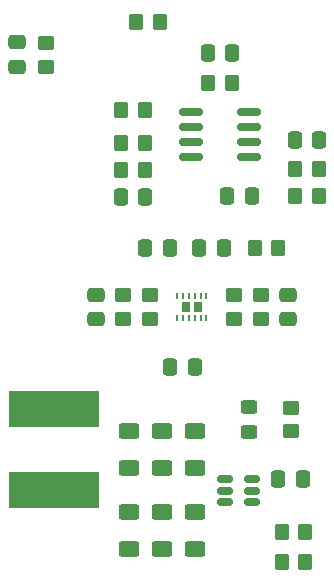
<source format=gbr>
%TF.GenerationSoftware,KiCad,Pcbnew,7.0.1-3b83917a11~172~ubuntu22.04.1*%
%TF.CreationDate,2023-04-19T02:42:24+01:00*%
%TF.ProjectId,mxr_microamp,6d78725f-6d69-4637-926f-616d702e6b69,rev?*%
%TF.SameCoordinates,Original*%
%TF.FileFunction,Paste,Top*%
%TF.FilePolarity,Positive*%
%FSLAX46Y46*%
G04 Gerber Fmt 4.6, Leading zero omitted, Abs format (unit mm)*
G04 Created by KiCad (PCBNEW 7.0.1-3b83917a11~172~ubuntu22.04.1) date 2023-04-19 02:42:24*
%MOMM*%
%LPD*%
G01*
G04 APERTURE LIST*
G04 Aperture macros list*
%AMRoundRect*
0 Rectangle with rounded corners*
0 $1 Rounding radius*
0 $2 $3 $4 $5 $6 $7 $8 $9 X,Y pos of 4 corners*
0 Add a 4 corners polygon primitive as box body*
4,1,4,$2,$3,$4,$5,$6,$7,$8,$9,$2,$3,0*
0 Add four circle primitives for the rounded corners*
1,1,$1+$1,$2,$3*
1,1,$1+$1,$4,$5*
1,1,$1+$1,$6,$7*
1,1,$1+$1,$8,$9*
0 Add four rect primitives between the rounded corners*
20,1,$1+$1,$2,$3,$4,$5,0*
20,1,$1+$1,$4,$5,$6,$7,0*
20,1,$1+$1,$6,$7,$8,$9,0*
20,1,$1+$1,$8,$9,$2,$3,0*%
G04 Aperture macros list end*
%ADD10RoundRect,0.250000X-0.350000X-0.450000X0.350000X-0.450000X0.350000X0.450000X-0.350000X0.450000X0*%
%ADD11RoundRect,0.250000X-0.337500X-0.475000X0.337500X-0.475000X0.337500X0.475000X-0.337500X0.475000X0*%
%ADD12RoundRect,0.250000X-0.475000X0.337500X-0.475000X-0.337500X0.475000X-0.337500X0.475000X0.337500X0*%
%ADD13RoundRect,0.250000X0.625000X-0.400000X0.625000X0.400000X-0.625000X0.400000X-0.625000X-0.400000X0*%
%ADD14RoundRect,0.250000X0.450000X-0.350000X0.450000X0.350000X-0.450000X0.350000X-0.450000X-0.350000X0*%
%ADD15RoundRect,0.250000X-0.625000X0.400000X-0.625000X-0.400000X0.625000X-0.400000X0.625000X0.400000X0*%
%ADD16RoundRect,0.250000X-0.450000X0.350000X-0.450000X-0.350000X0.450000X-0.350000X0.450000X0.350000X0*%
%ADD17RoundRect,0.250000X0.350000X0.450000X-0.350000X0.450000X-0.350000X-0.450000X0.350000X-0.450000X0*%
%ADD18RoundRect,0.250000X0.475000X-0.337500X0.475000X0.337500X-0.475000X0.337500X-0.475000X-0.337500X0*%
%ADD19RoundRect,0.250000X0.337500X0.475000X-0.337500X0.475000X-0.337500X-0.475000X0.337500X-0.475000X0*%
%ADD20R,7.700000X3.100000*%
%ADD21RoundRect,0.150000X-0.512500X-0.150000X0.512500X-0.150000X0.512500X0.150000X-0.512500X0.150000X0*%
%ADD22RoundRect,0.150000X-0.825000X-0.150000X0.825000X-0.150000X0.825000X0.150000X-0.825000X0.150000X0*%
%ADD23R,0.800000X0.950000*%
%ADD24R,0.250000X0.500000*%
%ADD25RoundRect,0.250000X-0.450000X0.325000X-0.450000X-0.325000X0.450000X-0.325000X0.450000X0.325000X0*%
G04 APERTURE END LIST*
D10*
%TO.C,R13*%
X137281500Y-72263000D03*
X139281500Y-72263000D03*
%TD*%
%TO.C,R12*%
X138551500Y-64770000D03*
X140551500Y-64770000D03*
%TD*%
D11*
%TO.C,C10*%
X146261000Y-79502000D03*
X148336000Y-79502000D03*
%TD*%
%TO.C,C9*%
X137244000Y-79629000D03*
X139319000Y-79629000D03*
%TD*%
%TO.C,C3*%
X151976000Y-74803000D03*
X154051000Y-74803000D03*
%TD*%
D10*
%TO.C,R7*%
X148606000Y-83947000D03*
X150606000Y-83947000D03*
%TD*%
D12*
%TO.C,C7*%
X135148000Y-87862500D03*
X135148000Y-89937500D03*
%TD*%
%TO.C,C2*%
X128429050Y-66505000D03*
X128429050Y-68580000D03*
%TD*%
D11*
%TO.C,C5*%
X141393250Y-83947000D03*
X139318250Y-83947000D03*
%TD*%
D10*
%TO.C,R3*%
X137281500Y-75057000D03*
X139281500Y-75057000D03*
%TD*%
D13*
%TO.C,C16*%
X137922000Y-109386000D03*
X137922000Y-106286000D03*
%TD*%
%TO.C,C17*%
X140716000Y-109386000D03*
X140716000Y-106286000D03*
%TD*%
D14*
%TO.C,R2*%
X130918250Y-66593300D03*
X130918250Y-68593300D03*
%TD*%
D15*
%TO.C,C29*%
X137922000Y-99428000D03*
X137922000Y-102528000D03*
%TD*%
D16*
%TO.C,R23*%
X151638000Y-97438000D03*
X151638000Y-99438000D03*
%TD*%
D14*
%TO.C,R9*%
X139720000Y-89900000D03*
X139720000Y-87900000D03*
%TD*%
D10*
%TO.C,R1*%
X144647500Y-69977000D03*
X146647500Y-69977000D03*
%TD*%
D11*
%TO.C,C4*%
X141455000Y-93980000D03*
X143530000Y-93980000D03*
%TD*%
D17*
%TO.C,R6*%
X154013500Y-79502000D03*
X152013500Y-79502000D03*
%TD*%
D18*
%TO.C,C6*%
X151404000Y-89937500D03*
X151404000Y-87862500D03*
%TD*%
D15*
%TO.C,C20*%
X140716000Y-99428000D03*
X140716000Y-102528000D03*
%TD*%
D16*
%TO.C,R11*%
X137434000Y-87900000D03*
X137434000Y-89900000D03*
%TD*%
D13*
%TO.C,C30*%
X143510000Y-109386000D03*
X143510000Y-106286000D03*
%TD*%
D19*
%TO.C,C8*%
X145965250Y-83947000D03*
X143890250Y-83947000D03*
%TD*%
D16*
%TO.C,R8*%
X146832000Y-87900000D03*
X146832000Y-89900000D03*
%TD*%
D20*
%TO.C,L1*%
X131572000Y-104428000D03*
X131572000Y-97528000D03*
%TD*%
D11*
%TO.C,C18*%
X150600500Y-103518000D03*
X152675500Y-103518000D03*
%TD*%
D15*
%TO.C,C19*%
X143510000Y-99428000D03*
X143510000Y-102528000D03*
%TD*%
D11*
%TO.C,C1*%
X144610000Y-67437000D03*
X146685000Y-67437000D03*
%TD*%
D17*
%TO.C,R4*%
X139281500Y-77343000D03*
X137281500Y-77343000D03*
%TD*%
D21*
%TO.C,U6*%
X146100800Y-103518000D03*
X146100800Y-104468000D03*
X146100800Y-105418000D03*
X148375800Y-105418000D03*
X148375800Y-104468000D03*
X148375800Y-103518000D03*
%TD*%
D22*
%TO.C,U1*%
X143172500Y-72390000D03*
X143172500Y-73660000D03*
X143172500Y-74930000D03*
X143172500Y-76200000D03*
X148122500Y-76200000D03*
X148122500Y-74930000D03*
X148122500Y-73660000D03*
X148122500Y-72390000D03*
%TD*%
D23*
%TO.C,U2*%
X143760000Y-88900000D03*
X142760000Y-88900000D03*
D24*
X144510000Y-87950000D03*
X144010000Y-87950000D03*
X143510000Y-87950000D03*
X143010000Y-87950000D03*
X142510000Y-87950000D03*
X142010000Y-87950000D03*
X142010000Y-89850000D03*
X142510000Y-89850000D03*
X143010000Y-89850000D03*
X143510000Y-89850000D03*
X144010000Y-89850000D03*
X144510000Y-89850000D03*
%TD*%
D14*
%TO.C,R10*%
X149118000Y-89900000D03*
X149118000Y-87900000D03*
%TD*%
D10*
%TO.C,R22*%
X150892000Y-107950000D03*
X152892000Y-107950000D03*
%TD*%
D17*
%TO.C,R5*%
X154013500Y-77216000D03*
X152013500Y-77216000D03*
%TD*%
%TO.C,R21*%
X150892000Y-110490000D03*
X152892000Y-110490000D03*
%TD*%
D25*
%TO.C,D1*%
X148082000Y-97413000D03*
X148082000Y-99463000D03*
%TD*%
M02*

</source>
